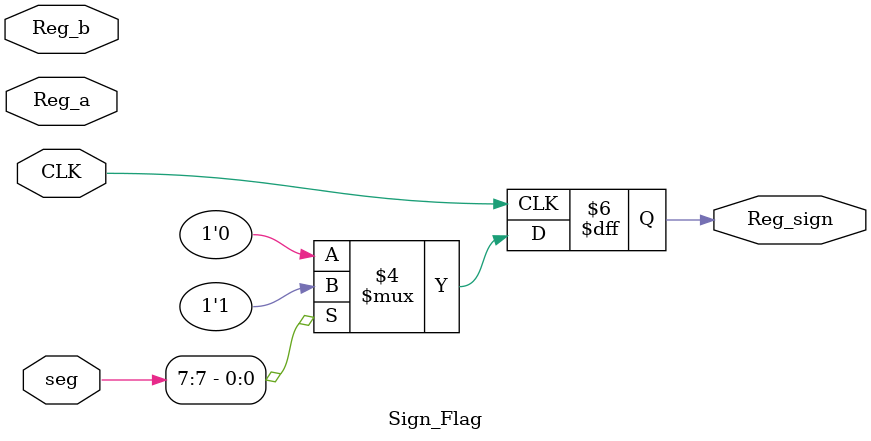
<source format=v>
`timescale 1ns / 1ps


module Sign_Flag(CLK,Reg_a,Reg_b,seg,Reg_sign);
input [7:0] Reg_a;
input [7:0] Reg_b;
input [7:0] seg;
input CLK;
output reg Reg_sign;
//reg [7:0] s;
always@(posedge CLK)
  if (seg[7]==0)
  Reg_sign=0;
  else Reg_sign=1;
endmodule

</source>
